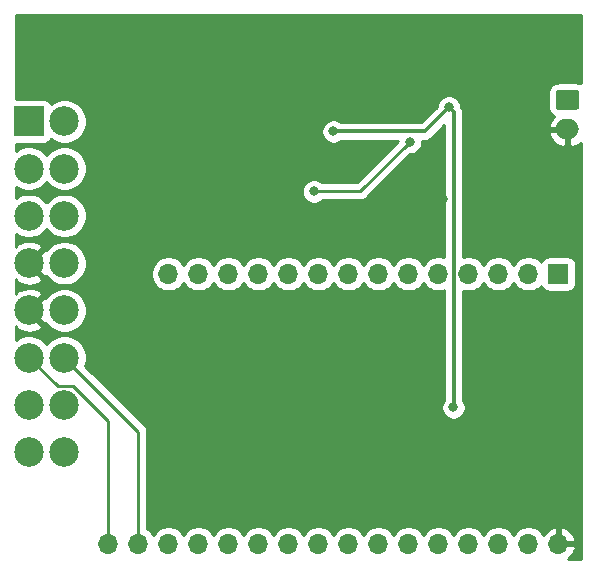
<source format=gbl>
G04 #@! TF.GenerationSoftware,KiCad,Pcbnew,(5.1.10)-1*
G04 #@! TF.CreationDate,2021-11-09T17:41:14+01:00*
G04 #@! TF.ProjectId,pcb-esp32-power,7063622d-6573-4703-9332-2d706f776572,rev?*
G04 #@! TF.SameCoordinates,Original*
G04 #@! TF.FileFunction,Copper,L2,Bot*
G04 #@! TF.FilePolarity,Positive*
%FSLAX46Y46*%
G04 Gerber Fmt 4.6, Leading zero omitted, Abs format (unit mm)*
G04 Created by KiCad (PCBNEW (5.1.10)-1) date 2021-11-09 17:41:14*
%MOMM*%
%LPD*%
G01*
G04 APERTURE LIST*
G04 #@! TA.AperFunction,ComponentPad*
%ADD10O,2.000000X1.700000*%
G04 #@! TD*
G04 #@! TA.AperFunction,ComponentPad*
%ADD11R,1.700000X1.700000*%
G04 #@! TD*
G04 #@! TA.AperFunction,ComponentPad*
%ADD12O,1.700000X1.700000*%
G04 #@! TD*
G04 #@! TA.AperFunction,ComponentPad*
%ADD13R,2.500000X2.500000*%
G04 #@! TD*
G04 #@! TA.AperFunction,ComponentPad*
%ADD14C,2.500000*%
G04 #@! TD*
G04 #@! TA.AperFunction,ViaPad*
%ADD15C,0.800000*%
G04 #@! TD*
G04 #@! TA.AperFunction,Conductor*
%ADD16C,0.250000*%
G04 #@! TD*
G04 #@! TA.AperFunction,Conductor*
%ADD17C,0.300000*%
G04 #@! TD*
G04 #@! TA.AperFunction,Conductor*
%ADD18C,0.254000*%
G04 #@! TD*
G04 #@! TA.AperFunction,Conductor*
%ADD19C,0.100000*%
G04 #@! TD*
G04 APERTURE END LIST*
G04 #@! TA.AperFunction,ComponentPad*
G36*
G01*
X172986000Y-93638000D02*
X174486000Y-93638000D01*
G75*
G02*
X174736000Y-93888000I0J-250000D01*
G01*
X174736000Y-95088000D01*
G75*
G02*
X174486000Y-95338000I-250000J0D01*
G01*
X172986000Y-95338000D01*
G75*
G02*
X172736000Y-95088000I0J250000D01*
G01*
X172736000Y-93888000D01*
G75*
G02*
X172986000Y-93638000I250000J0D01*
G01*
G37*
G04 #@! TD.AperFunction*
D10*
X173736000Y-96988000D03*
D11*
X172974000Y-109220000D03*
D12*
X170434000Y-109220000D03*
X167894000Y-109220000D03*
X165354000Y-109220000D03*
X162814000Y-109220000D03*
X160274000Y-109220000D03*
X157734000Y-109220000D03*
X155194000Y-109220000D03*
X152654000Y-109220000D03*
X150114000Y-109220000D03*
X147574000Y-109220000D03*
X145034000Y-109220000D03*
X142494000Y-109220000D03*
X139954000Y-109220000D03*
X134874000Y-132080000D03*
X137414000Y-132080000D03*
X139954000Y-132080000D03*
X142494000Y-132080000D03*
X145034000Y-132080000D03*
X147574000Y-132080000D03*
X150114000Y-132080000D03*
X152654000Y-132080000D03*
X155194000Y-132080000D03*
X157734000Y-132080000D03*
X160274000Y-132080000D03*
X162814000Y-132080000D03*
X165354000Y-132080000D03*
X167894000Y-132080000D03*
X170434000Y-132080000D03*
X172974000Y-132080000D03*
D13*
X128143000Y-96307000D03*
D14*
X128143000Y-100307000D03*
X128143000Y-104307000D03*
X128143000Y-108307000D03*
X128143000Y-112307000D03*
X128143000Y-116307000D03*
X128143000Y-120307000D03*
X128143000Y-124307000D03*
X131143000Y-96307000D03*
X131143000Y-100307000D03*
X131143000Y-104307000D03*
X131143000Y-108307000D03*
X131143000Y-112307000D03*
X131143000Y-116307000D03*
X131143000Y-120307000D03*
X131143000Y-124307000D03*
D15*
X148082000Y-99060000D03*
X136652000Y-97155000D03*
X147066000Y-99060000D03*
X148082000Y-101346000D03*
X148082000Y-100203000D03*
X147066000Y-100203000D03*
X147066000Y-101346000D03*
X146050000Y-100203000D03*
X146050000Y-101346000D03*
X146050000Y-99060000D03*
X155067000Y-92710000D03*
X155067000Y-94742000D03*
X155067000Y-93726000D03*
X140208000Y-89154000D03*
X140208000Y-90170000D03*
X140208000Y-91186000D03*
X140208000Y-92202000D03*
X141732000Y-96901000D03*
X141732000Y-95885000D03*
X141732000Y-94869000D03*
X156083000Y-93726000D03*
X156083000Y-92710000D03*
X146558000Y-105283000D03*
X141605000Y-100584000D03*
X137414000Y-104140000D03*
X158115000Y-102616000D03*
X135636000Y-111125000D03*
X163195000Y-102870000D03*
X165989000Y-102870000D03*
X164973000Y-89789000D03*
X156210000Y-113538000D03*
X174371000Y-111506000D03*
X157734000Y-122809000D03*
X157734000Y-121793000D03*
X157734000Y-120777000D03*
X168783000Y-122809000D03*
X168783000Y-121920000D03*
X168783000Y-121031000D03*
X161290000Y-113538000D03*
X166370000Y-113665000D03*
X168402000Y-93091000D03*
X163703000Y-95123000D03*
X153924000Y-97155000D03*
X164084000Y-120523000D03*
X160401000Y-98044000D03*
X152273000Y-102235000D03*
D16*
X137414000Y-122578000D02*
X137414000Y-132080000D01*
X131143000Y-116307000D02*
X137414000Y-122578000D01*
X134874000Y-121706998D02*
X134874000Y-132080000D01*
X131899001Y-118731999D02*
X134874000Y-121706998D01*
X130567999Y-118731999D02*
X131899001Y-118731999D01*
X128143000Y-116307000D02*
X130567999Y-118731999D01*
D17*
X161671000Y-97155000D02*
X163703000Y-95123000D01*
X153924000Y-97155000D02*
X161671000Y-97155000D01*
X164102999Y-120504001D02*
X164084000Y-120523000D01*
X164102999Y-95522999D02*
X164102999Y-120504001D01*
X163703000Y-95123000D02*
X164102999Y-95522999D01*
D16*
X156210000Y-102235000D02*
X160401000Y-98044000D01*
X152273000Y-102235000D02*
X156210000Y-102235000D01*
D18*
X174879000Y-93095937D02*
X174825850Y-93067528D01*
X174659254Y-93016992D01*
X174486000Y-92999928D01*
X172986000Y-92999928D01*
X172812746Y-93016992D01*
X172646150Y-93067528D01*
X172492614Y-93149595D01*
X172358038Y-93260038D01*
X172247595Y-93394614D01*
X172165528Y-93548150D01*
X172114992Y-93714746D01*
X172097928Y-93888000D01*
X172097928Y-95088000D01*
X172114992Y-95261254D01*
X172165528Y-95427850D01*
X172247595Y-95581386D01*
X172358038Y-95715962D01*
X172492614Y-95826405D01*
X172594593Y-95880914D01*
X172594205Y-95881198D01*
X172397336Y-96095954D01*
X172246146Y-96344991D01*
X172146446Y-96618739D01*
X172144524Y-96631110D01*
X172265845Y-96861000D01*
X173609000Y-96861000D01*
X173609000Y-96841000D01*
X173863000Y-96841000D01*
X173863000Y-96861000D01*
X173883000Y-96861000D01*
X173883000Y-97115000D01*
X173863000Y-97115000D01*
X173863000Y-98315232D01*
X174095742Y-98459285D01*
X174378745Y-98390096D01*
X174642812Y-98267025D01*
X174877795Y-98094802D01*
X174879000Y-98093488D01*
X174879000Y-133340000D01*
X173756527Y-133340000D01*
X173974269Y-133177588D01*
X174169178Y-132961355D01*
X174318157Y-132711252D01*
X174415481Y-132436891D01*
X174294814Y-132207000D01*
X173101000Y-132207000D01*
X173101000Y-132227000D01*
X172847000Y-132227000D01*
X172847000Y-132207000D01*
X172827000Y-132207000D01*
X172827000Y-131953000D01*
X172847000Y-131953000D01*
X172847000Y-130759845D01*
X173101000Y-130759845D01*
X173101000Y-131953000D01*
X174294814Y-131953000D01*
X174415481Y-131723109D01*
X174318157Y-131448748D01*
X174169178Y-131198645D01*
X173974269Y-130982412D01*
X173740920Y-130808359D01*
X173478099Y-130683175D01*
X173330890Y-130638524D01*
X173101000Y-130759845D01*
X172847000Y-130759845D01*
X172617110Y-130638524D01*
X172469901Y-130683175D01*
X172207080Y-130808359D01*
X171973731Y-130982412D01*
X171778822Y-131198645D01*
X171709195Y-131315534D01*
X171587475Y-131133368D01*
X171380632Y-130926525D01*
X171137411Y-130764010D01*
X170867158Y-130652068D01*
X170580260Y-130595000D01*
X170287740Y-130595000D01*
X170000842Y-130652068D01*
X169730589Y-130764010D01*
X169487368Y-130926525D01*
X169280525Y-131133368D01*
X169164000Y-131307760D01*
X169047475Y-131133368D01*
X168840632Y-130926525D01*
X168597411Y-130764010D01*
X168327158Y-130652068D01*
X168040260Y-130595000D01*
X167747740Y-130595000D01*
X167460842Y-130652068D01*
X167190589Y-130764010D01*
X166947368Y-130926525D01*
X166740525Y-131133368D01*
X166624000Y-131307760D01*
X166507475Y-131133368D01*
X166300632Y-130926525D01*
X166057411Y-130764010D01*
X165787158Y-130652068D01*
X165500260Y-130595000D01*
X165207740Y-130595000D01*
X164920842Y-130652068D01*
X164650589Y-130764010D01*
X164407368Y-130926525D01*
X164200525Y-131133368D01*
X164084000Y-131307760D01*
X163967475Y-131133368D01*
X163760632Y-130926525D01*
X163517411Y-130764010D01*
X163247158Y-130652068D01*
X162960260Y-130595000D01*
X162667740Y-130595000D01*
X162380842Y-130652068D01*
X162110589Y-130764010D01*
X161867368Y-130926525D01*
X161660525Y-131133368D01*
X161544000Y-131307760D01*
X161427475Y-131133368D01*
X161220632Y-130926525D01*
X160977411Y-130764010D01*
X160707158Y-130652068D01*
X160420260Y-130595000D01*
X160127740Y-130595000D01*
X159840842Y-130652068D01*
X159570589Y-130764010D01*
X159327368Y-130926525D01*
X159120525Y-131133368D01*
X159004000Y-131307760D01*
X158887475Y-131133368D01*
X158680632Y-130926525D01*
X158437411Y-130764010D01*
X158167158Y-130652068D01*
X157880260Y-130595000D01*
X157587740Y-130595000D01*
X157300842Y-130652068D01*
X157030589Y-130764010D01*
X156787368Y-130926525D01*
X156580525Y-131133368D01*
X156464000Y-131307760D01*
X156347475Y-131133368D01*
X156140632Y-130926525D01*
X155897411Y-130764010D01*
X155627158Y-130652068D01*
X155340260Y-130595000D01*
X155047740Y-130595000D01*
X154760842Y-130652068D01*
X154490589Y-130764010D01*
X154247368Y-130926525D01*
X154040525Y-131133368D01*
X153924000Y-131307760D01*
X153807475Y-131133368D01*
X153600632Y-130926525D01*
X153357411Y-130764010D01*
X153087158Y-130652068D01*
X152800260Y-130595000D01*
X152507740Y-130595000D01*
X152220842Y-130652068D01*
X151950589Y-130764010D01*
X151707368Y-130926525D01*
X151500525Y-131133368D01*
X151384000Y-131307760D01*
X151267475Y-131133368D01*
X151060632Y-130926525D01*
X150817411Y-130764010D01*
X150547158Y-130652068D01*
X150260260Y-130595000D01*
X149967740Y-130595000D01*
X149680842Y-130652068D01*
X149410589Y-130764010D01*
X149167368Y-130926525D01*
X148960525Y-131133368D01*
X148844000Y-131307760D01*
X148727475Y-131133368D01*
X148520632Y-130926525D01*
X148277411Y-130764010D01*
X148007158Y-130652068D01*
X147720260Y-130595000D01*
X147427740Y-130595000D01*
X147140842Y-130652068D01*
X146870589Y-130764010D01*
X146627368Y-130926525D01*
X146420525Y-131133368D01*
X146304000Y-131307760D01*
X146187475Y-131133368D01*
X145980632Y-130926525D01*
X145737411Y-130764010D01*
X145467158Y-130652068D01*
X145180260Y-130595000D01*
X144887740Y-130595000D01*
X144600842Y-130652068D01*
X144330589Y-130764010D01*
X144087368Y-130926525D01*
X143880525Y-131133368D01*
X143764000Y-131307760D01*
X143647475Y-131133368D01*
X143440632Y-130926525D01*
X143197411Y-130764010D01*
X142927158Y-130652068D01*
X142640260Y-130595000D01*
X142347740Y-130595000D01*
X142060842Y-130652068D01*
X141790589Y-130764010D01*
X141547368Y-130926525D01*
X141340525Y-131133368D01*
X141224000Y-131307760D01*
X141107475Y-131133368D01*
X140900632Y-130926525D01*
X140657411Y-130764010D01*
X140387158Y-130652068D01*
X140100260Y-130595000D01*
X139807740Y-130595000D01*
X139520842Y-130652068D01*
X139250589Y-130764010D01*
X139007368Y-130926525D01*
X138800525Y-131133368D01*
X138684000Y-131307760D01*
X138567475Y-131133368D01*
X138360632Y-130926525D01*
X138174000Y-130801822D01*
X138174000Y-122615322D01*
X138177676Y-122577999D01*
X138174000Y-122540676D01*
X138174000Y-122540667D01*
X138163003Y-122429014D01*
X138119546Y-122285753D01*
X138048974Y-122153724D01*
X137954001Y-122037999D01*
X137925004Y-122014202D01*
X132900519Y-116989718D01*
X132955561Y-116856834D01*
X133028000Y-116492656D01*
X133028000Y-116121344D01*
X132955561Y-115757166D01*
X132813466Y-115414118D01*
X132607175Y-115105382D01*
X132344618Y-114842825D01*
X132035882Y-114636534D01*
X131692834Y-114494439D01*
X131328656Y-114422000D01*
X130957344Y-114422000D01*
X130593166Y-114494439D01*
X130250118Y-114636534D01*
X129941382Y-114842825D01*
X129678825Y-115105382D01*
X129643000Y-115158998D01*
X129607175Y-115105382D01*
X129344618Y-114842825D01*
X129035882Y-114636534D01*
X128692834Y-114494439D01*
X128328656Y-114422000D01*
X127957344Y-114422000D01*
X127593166Y-114494439D01*
X127250118Y-114636534D01*
X127025000Y-114786953D01*
X127025000Y-113657452D01*
X127134914Y-113910577D01*
X127467126Y-114076433D01*
X127825312Y-114174290D01*
X128195706Y-114200389D01*
X128564075Y-114153725D01*
X128916262Y-114036094D01*
X129151086Y-113910577D01*
X129277000Y-113620605D01*
X128143000Y-112486605D01*
X128128858Y-112500748D01*
X127949253Y-112321143D01*
X127963395Y-112307000D01*
X128322605Y-112307000D01*
X129456605Y-113441000D01*
X129593829Y-113381413D01*
X129678825Y-113508618D01*
X129941382Y-113771175D01*
X130250118Y-113977466D01*
X130593166Y-114119561D01*
X130957344Y-114192000D01*
X131328656Y-114192000D01*
X131692834Y-114119561D01*
X132035882Y-113977466D01*
X132344618Y-113771175D01*
X132607175Y-113508618D01*
X132813466Y-113199882D01*
X132955561Y-112856834D01*
X133028000Y-112492656D01*
X133028000Y-112121344D01*
X132955561Y-111757166D01*
X132813466Y-111414118D01*
X132607175Y-111105382D01*
X132344618Y-110842825D01*
X132035882Y-110636534D01*
X131692834Y-110494439D01*
X131328656Y-110422000D01*
X130957344Y-110422000D01*
X130593166Y-110494439D01*
X130250118Y-110636534D01*
X129941382Y-110842825D01*
X129678825Y-111105382D01*
X129593829Y-111232587D01*
X129456605Y-111173000D01*
X128322605Y-112307000D01*
X127963395Y-112307000D01*
X127949253Y-112292858D01*
X128128858Y-112113253D01*
X128143000Y-112127395D01*
X129277000Y-110993395D01*
X129151086Y-110703423D01*
X128818874Y-110537567D01*
X128460688Y-110439710D01*
X128090294Y-110413611D01*
X127721925Y-110460275D01*
X127369738Y-110577906D01*
X127134914Y-110703423D01*
X127025000Y-110956548D01*
X127025000Y-109657452D01*
X127134914Y-109910577D01*
X127467126Y-110076433D01*
X127825312Y-110174290D01*
X128195706Y-110200389D01*
X128564075Y-110153725D01*
X128916262Y-110036094D01*
X129151086Y-109910577D01*
X129277000Y-109620605D01*
X128143000Y-108486605D01*
X128128858Y-108500748D01*
X127949253Y-108321143D01*
X127963395Y-108307000D01*
X128322605Y-108307000D01*
X129456605Y-109441000D01*
X129593829Y-109381413D01*
X129678825Y-109508618D01*
X129941382Y-109771175D01*
X130250118Y-109977466D01*
X130593166Y-110119561D01*
X130957344Y-110192000D01*
X131328656Y-110192000D01*
X131692834Y-110119561D01*
X132035882Y-109977466D01*
X132344618Y-109771175D01*
X132607175Y-109508618D01*
X132813466Y-109199882D01*
X132865715Y-109073740D01*
X138469000Y-109073740D01*
X138469000Y-109366260D01*
X138526068Y-109653158D01*
X138638010Y-109923411D01*
X138800525Y-110166632D01*
X139007368Y-110373475D01*
X139250589Y-110535990D01*
X139520842Y-110647932D01*
X139807740Y-110705000D01*
X140100260Y-110705000D01*
X140387158Y-110647932D01*
X140657411Y-110535990D01*
X140900632Y-110373475D01*
X141107475Y-110166632D01*
X141224000Y-109992240D01*
X141340525Y-110166632D01*
X141547368Y-110373475D01*
X141790589Y-110535990D01*
X142060842Y-110647932D01*
X142347740Y-110705000D01*
X142640260Y-110705000D01*
X142927158Y-110647932D01*
X143197411Y-110535990D01*
X143440632Y-110373475D01*
X143647475Y-110166632D01*
X143764000Y-109992240D01*
X143880525Y-110166632D01*
X144087368Y-110373475D01*
X144330589Y-110535990D01*
X144600842Y-110647932D01*
X144887740Y-110705000D01*
X145180260Y-110705000D01*
X145467158Y-110647932D01*
X145737411Y-110535990D01*
X145980632Y-110373475D01*
X146187475Y-110166632D01*
X146304000Y-109992240D01*
X146420525Y-110166632D01*
X146627368Y-110373475D01*
X146870589Y-110535990D01*
X147140842Y-110647932D01*
X147427740Y-110705000D01*
X147720260Y-110705000D01*
X148007158Y-110647932D01*
X148277411Y-110535990D01*
X148520632Y-110373475D01*
X148727475Y-110166632D01*
X148844000Y-109992240D01*
X148960525Y-110166632D01*
X149167368Y-110373475D01*
X149410589Y-110535990D01*
X149680842Y-110647932D01*
X149967740Y-110705000D01*
X150260260Y-110705000D01*
X150547158Y-110647932D01*
X150817411Y-110535990D01*
X151060632Y-110373475D01*
X151267475Y-110166632D01*
X151384000Y-109992240D01*
X151500525Y-110166632D01*
X151707368Y-110373475D01*
X151950589Y-110535990D01*
X152220842Y-110647932D01*
X152507740Y-110705000D01*
X152800260Y-110705000D01*
X153087158Y-110647932D01*
X153357411Y-110535990D01*
X153600632Y-110373475D01*
X153807475Y-110166632D01*
X153924000Y-109992240D01*
X154040525Y-110166632D01*
X154247368Y-110373475D01*
X154490589Y-110535990D01*
X154760842Y-110647932D01*
X155047740Y-110705000D01*
X155340260Y-110705000D01*
X155627158Y-110647932D01*
X155897411Y-110535990D01*
X156140632Y-110373475D01*
X156347475Y-110166632D01*
X156464000Y-109992240D01*
X156580525Y-110166632D01*
X156787368Y-110373475D01*
X157030589Y-110535990D01*
X157300842Y-110647932D01*
X157587740Y-110705000D01*
X157880260Y-110705000D01*
X158167158Y-110647932D01*
X158437411Y-110535990D01*
X158680632Y-110373475D01*
X158887475Y-110166632D01*
X159004000Y-109992240D01*
X159120525Y-110166632D01*
X159327368Y-110373475D01*
X159570589Y-110535990D01*
X159840842Y-110647932D01*
X160127740Y-110705000D01*
X160420260Y-110705000D01*
X160707158Y-110647932D01*
X160977411Y-110535990D01*
X161220632Y-110373475D01*
X161427475Y-110166632D01*
X161544000Y-109992240D01*
X161660525Y-110166632D01*
X161867368Y-110373475D01*
X162110589Y-110535990D01*
X162380842Y-110647932D01*
X162667740Y-110705000D01*
X162960260Y-110705000D01*
X163247158Y-110647932D01*
X163318000Y-110618589D01*
X163318000Y-119825289D01*
X163280063Y-119863226D01*
X163166795Y-120032744D01*
X163088774Y-120221102D01*
X163049000Y-120421061D01*
X163049000Y-120624939D01*
X163088774Y-120824898D01*
X163166795Y-121013256D01*
X163280063Y-121182774D01*
X163424226Y-121326937D01*
X163593744Y-121440205D01*
X163782102Y-121518226D01*
X163982061Y-121558000D01*
X164185939Y-121558000D01*
X164385898Y-121518226D01*
X164574256Y-121440205D01*
X164743774Y-121326937D01*
X164887937Y-121182774D01*
X165001205Y-121013256D01*
X165079226Y-120824898D01*
X165119000Y-120624939D01*
X165119000Y-120421061D01*
X165079226Y-120221102D01*
X165001205Y-120032744D01*
X164887999Y-119863319D01*
X164887999Y-110634328D01*
X164920842Y-110647932D01*
X165207740Y-110705000D01*
X165500260Y-110705000D01*
X165787158Y-110647932D01*
X166057411Y-110535990D01*
X166300632Y-110373475D01*
X166507475Y-110166632D01*
X166624000Y-109992240D01*
X166740525Y-110166632D01*
X166947368Y-110373475D01*
X167190589Y-110535990D01*
X167460842Y-110647932D01*
X167747740Y-110705000D01*
X168040260Y-110705000D01*
X168327158Y-110647932D01*
X168597411Y-110535990D01*
X168840632Y-110373475D01*
X169047475Y-110166632D01*
X169164000Y-109992240D01*
X169280525Y-110166632D01*
X169487368Y-110373475D01*
X169730589Y-110535990D01*
X170000842Y-110647932D01*
X170287740Y-110705000D01*
X170580260Y-110705000D01*
X170867158Y-110647932D01*
X171137411Y-110535990D01*
X171380632Y-110373475D01*
X171512487Y-110241620D01*
X171534498Y-110314180D01*
X171593463Y-110424494D01*
X171672815Y-110521185D01*
X171769506Y-110600537D01*
X171879820Y-110659502D01*
X171999518Y-110695812D01*
X172124000Y-110708072D01*
X173824000Y-110708072D01*
X173948482Y-110695812D01*
X174068180Y-110659502D01*
X174178494Y-110600537D01*
X174275185Y-110521185D01*
X174354537Y-110424494D01*
X174413502Y-110314180D01*
X174449812Y-110194482D01*
X174462072Y-110070000D01*
X174462072Y-108370000D01*
X174449812Y-108245518D01*
X174413502Y-108125820D01*
X174354537Y-108015506D01*
X174275185Y-107918815D01*
X174178494Y-107839463D01*
X174068180Y-107780498D01*
X173948482Y-107744188D01*
X173824000Y-107731928D01*
X172124000Y-107731928D01*
X171999518Y-107744188D01*
X171879820Y-107780498D01*
X171769506Y-107839463D01*
X171672815Y-107918815D01*
X171593463Y-108015506D01*
X171534498Y-108125820D01*
X171512487Y-108198380D01*
X171380632Y-108066525D01*
X171137411Y-107904010D01*
X170867158Y-107792068D01*
X170580260Y-107735000D01*
X170287740Y-107735000D01*
X170000842Y-107792068D01*
X169730589Y-107904010D01*
X169487368Y-108066525D01*
X169280525Y-108273368D01*
X169164000Y-108447760D01*
X169047475Y-108273368D01*
X168840632Y-108066525D01*
X168597411Y-107904010D01*
X168327158Y-107792068D01*
X168040260Y-107735000D01*
X167747740Y-107735000D01*
X167460842Y-107792068D01*
X167190589Y-107904010D01*
X166947368Y-108066525D01*
X166740525Y-108273368D01*
X166624000Y-108447760D01*
X166507475Y-108273368D01*
X166300632Y-108066525D01*
X166057411Y-107904010D01*
X165787158Y-107792068D01*
X165500260Y-107735000D01*
X165207740Y-107735000D01*
X164920842Y-107792068D01*
X164887999Y-107805672D01*
X164887999Y-97344890D01*
X172144524Y-97344890D01*
X172146446Y-97357261D01*
X172246146Y-97631009D01*
X172397336Y-97880046D01*
X172594205Y-98094802D01*
X172829188Y-98267025D01*
X173093255Y-98390096D01*
X173376258Y-98459285D01*
X173609000Y-98315232D01*
X173609000Y-97115000D01*
X172265845Y-97115000D01*
X172144524Y-97344890D01*
X164887999Y-97344890D01*
X164887999Y-95561551D01*
X164891796Y-95522998D01*
X164887999Y-95484445D01*
X164887999Y-95484438D01*
X164876640Y-95369112D01*
X164831753Y-95221139D01*
X164758861Y-95084766D01*
X164738000Y-95059347D01*
X164738000Y-95021061D01*
X164698226Y-94821102D01*
X164620205Y-94632744D01*
X164506937Y-94463226D01*
X164362774Y-94319063D01*
X164193256Y-94205795D01*
X164004898Y-94127774D01*
X163804939Y-94088000D01*
X163601061Y-94088000D01*
X163401102Y-94127774D01*
X163212744Y-94205795D01*
X163043226Y-94319063D01*
X162899063Y-94463226D01*
X162785795Y-94632744D01*
X162707774Y-94821102D01*
X162668000Y-95021061D01*
X162668000Y-95047842D01*
X161345843Y-96370000D01*
X154602711Y-96370000D01*
X154583774Y-96351063D01*
X154414256Y-96237795D01*
X154225898Y-96159774D01*
X154025939Y-96120000D01*
X153822061Y-96120000D01*
X153622102Y-96159774D01*
X153433744Y-96237795D01*
X153264226Y-96351063D01*
X153120063Y-96495226D01*
X153006795Y-96664744D01*
X152928774Y-96853102D01*
X152889000Y-97053061D01*
X152889000Y-97256939D01*
X152928774Y-97456898D01*
X153006795Y-97645256D01*
X153120063Y-97814774D01*
X153264226Y-97958937D01*
X153433744Y-98072205D01*
X153622102Y-98150226D01*
X153822061Y-98190000D01*
X154025939Y-98190000D01*
X154225898Y-98150226D01*
X154414256Y-98072205D01*
X154583774Y-97958937D01*
X154602711Y-97940000D01*
X159366410Y-97940000D01*
X159366000Y-97942061D01*
X159366000Y-98004198D01*
X155895199Y-101475000D01*
X152976711Y-101475000D01*
X152932774Y-101431063D01*
X152763256Y-101317795D01*
X152574898Y-101239774D01*
X152374939Y-101200000D01*
X152171061Y-101200000D01*
X151971102Y-101239774D01*
X151782744Y-101317795D01*
X151613226Y-101431063D01*
X151469063Y-101575226D01*
X151355795Y-101744744D01*
X151277774Y-101933102D01*
X151238000Y-102133061D01*
X151238000Y-102336939D01*
X151277774Y-102536898D01*
X151355795Y-102725256D01*
X151469063Y-102894774D01*
X151613226Y-103038937D01*
X151782744Y-103152205D01*
X151971102Y-103230226D01*
X152171061Y-103270000D01*
X152374939Y-103270000D01*
X152574898Y-103230226D01*
X152763256Y-103152205D01*
X152932774Y-103038937D01*
X152976711Y-102995000D01*
X156172678Y-102995000D01*
X156210000Y-102998676D01*
X156247322Y-102995000D01*
X156247333Y-102995000D01*
X156358986Y-102984003D01*
X156502247Y-102940546D01*
X156634276Y-102869974D01*
X156750001Y-102775001D01*
X156773804Y-102745997D01*
X160440802Y-99079000D01*
X160502939Y-99079000D01*
X160702898Y-99039226D01*
X160891256Y-98961205D01*
X161060774Y-98847937D01*
X161204937Y-98703774D01*
X161318205Y-98534256D01*
X161396226Y-98345898D01*
X161436000Y-98145939D01*
X161436000Y-97942061D01*
X161435590Y-97940000D01*
X161632447Y-97940000D01*
X161671000Y-97943797D01*
X161709553Y-97940000D01*
X161709561Y-97940000D01*
X161824887Y-97928641D01*
X161972860Y-97883754D01*
X162109233Y-97810862D01*
X162228764Y-97712764D01*
X162253347Y-97682810D01*
X163317999Y-96618158D01*
X163317999Y-107821411D01*
X163247158Y-107792068D01*
X162960260Y-107735000D01*
X162667740Y-107735000D01*
X162380842Y-107792068D01*
X162110589Y-107904010D01*
X161867368Y-108066525D01*
X161660525Y-108273368D01*
X161544000Y-108447760D01*
X161427475Y-108273368D01*
X161220632Y-108066525D01*
X160977411Y-107904010D01*
X160707158Y-107792068D01*
X160420260Y-107735000D01*
X160127740Y-107735000D01*
X159840842Y-107792068D01*
X159570589Y-107904010D01*
X159327368Y-108066525D01*
X159120525Y-108273368D01*
X159004000Y-108447760D01*
X158887475Y-108273368D01*
X158680632Y-108066525D01*
X158437411Y-107904010D01*
X158167158Y-107792068D01*
X157880260Y-107735000D01*
X157587740Y-107735000D01*
X157300842Y-107792068D01*
X157030589Y-107904010D01*
X156787368Y-108066525D01*
X156580525Y-108273368D01*
X156464000Y-108447760D01*
X156347475Y-108273368D01*
X156140632Y-108066525D01*
X155897411Y-107904010D01*
X155627158Y-107792068D01*
X155340260Y-107735000D01*
X155047740Y-107735000D01*
X154760842Y-107792068D01*
X154490589Y-107904010D01*
X154247368Y-108066525D01*
X154040525Y-108273368D01*
X153924000Y-108447760D01*
X153807475Y-108273368D01*
X153600632Y-108066525D01*
X153357411Y-107904010D01*
X153087158Y-107792068D01*
X152800260Y-107735000D01*
X152507740Y-107735000D01*
X152220842Y-107792068D01*
X151950589Y-107904010D01*
X151707368Y-108066525D01*
X151500525Y-108273368D01*
X151384000Y-108447760D01*
X151267475Y-108273368D01*
X151060632Y-108066525D01*
X150817411Y-107904010D01*
X150547158Y-107792068D01*
X150260260Y-107735000D01*
X149967740Y-107735000D01*
X149680842Y-107792068D01*
X149410589Y-107904010D01*
X149167368Y-108066525D01*
X148960525Y-108273368D01*
X148844000Y-108447760D01*
X148727475Y-108273368D01*
X148520632Y-108066525D01*
X148277411Y-107904010D01*
X148007158Y-107792068D01*
X147720260Y-107735000D01*
X147427740Y-107735000D01*
X147140842Y-107792068D01*
X146870589Y-107904010D01*
X146627368Y-108066525D01*
X146420525Y-108273368D01*
X146304000Y-108447760D01*
X146187475Y-108273368D01*
X145980632Y-108066525D01*
X145737411Y-107904010D01*
X145467158Y-107792068D01*
X145180260Y-107735000D01*
X144887740Y-107735000D01*
X144600842Y-107792068D01*
X144330589Y-107904010D01*
X144087368Y-108066525D01*
X143880525Y-108273368D01*
X143764000Y-108447760D01*
X143647475Y-108273368D01*
X143440632Y-108066525D01*
X143197411Y-107904010D01*
X142927158Y-107792068D01*
X142640260Y-107735000D01*
X142347740Y-107735000D01*
X142060842Y-107792068D01*
X141790589Y-107904010D01*
X141547368Y-108066525D01*
X141340525Y-108273368D01*
X141224000Y-108447760D01*
X141107475Y-108273368D01*
X140900632Y-108066525D01*
X140657411Y-107904010D01*
X140387158Y-107792068D01*
X140100260Y-107735000D01*
X139807740Y-107735000D01*
X139520842Y-107792068D01*
X139250589Y-107904010D01*
X139007368Y-108066525D01*
X138800525Y-108273368D01*
X138638010Y-108516589D01*
X138526068Y-108786842D01*
X138469000Y-109073740D01*
X132865715Y-109073740D01*
X132955561Y-108856834D01*
X133028000Y-108492656D01*
X133028000Y-108121344D01*
X132955561Y-107757166D01*
X132813466Y-107414118D01*
X132607175Y-107105382D01*
X132344618Y-106842825D01*
X132035882Y-106636534D01*
X131692834Y-106494439D01*
X131328656Y-106422000D01*
X130957344Y-106422000D01*
X130593166Y-106494439D01*
X130250118Y-106636534D01*
X129941382Y-106842825D01*
X129678825Y-107105382D01*
X129593829Y-107232587D01*
X129456605Y-107173000D01*
X128322605Y-108307000D01*
X127963395Y-108307000D01*
X127949253Y-108292858D01*
X128128858Y-108113253D01*
X128143000Y-108127395D01*
X129277000Y-106993395D01*
X129151086Y-106703423D01*
X128818874Y-106537567D01*
X128460688Y-106439710D01*
X128090294Y-106413611D01*
X127721925Y-106460275D01*
X127369738Y-106577906D01*
X127134914Y-106703423D01*
X127025000Y-106956548D01*
X127025000Y-105827047D01*
X127250118Y-105977466D01*
X127593166Y-106119561D01*
X127957344Y-106192000D01*
X128328656Y-106192000D01*
X128692834Y-106119561D01*
X129035882Y-105977466D01*
X129344618Y-105771175D01*
X129607175Y-105508618D01*
X129643000Y-105455002D01*
X129678825Y-105508618D01*
X129941382Y-105771175D01*
X130250118Y-105977466D01*
X130593166Y-106119561D01*
X130957344Y-106192000D01*
X131328656Y-106192000D01*
X131692834Y-106119561D01*
X132035882Y-105977466D01*
X132344618Y-105771175D01*
X132607175Y-105508618D01*
X132813466Y-105199882D01*
X132955561Y-104856834D01*
X133028000Y-104492656D01*
X133028000Y-104121344D01*
X132955561Y-103757166D01*
X132813466Y-103414118D01*
X132607175Y-103105382D01*
X132344618Y-102842825D01*
X132035882Y-102636534D01*
X131692834Y-102494439D01*
X131328656Y-102422000D01*
X130957344Y-102422000D01*
X130593166Y-102494439D01*
X130250118Y-102636534D01*
X129941382Y-102842825D01*
X129678825Y-103105382D01*
X129643000Y-103158998D01*
X129607175Y-103105382D01*
X129344618Y-102842825D01*
X129035882Y-102636534D01*
X128692834Y-102494439D01*
X128328656Y-102422000D01*
X127957344Y-102422000D01*
X127593166Y-102494439D01*
X127250118Y-102636534D01*
X127025000Y-102786953D01*
X127025000Y-101827047D01*
X127250118Y-101977466D01*
X127593166Y-102119561D01*
X127957344Y-102192000D01*
X128328656Y-102192000D01*
X128692834Y-102119561D01*
X129035882Y-101977466D01*
X129344618Y-101771175D01*
X129607175Y-101508618D01*
X129643000Y-101455002D01*
X129678825Y-101508618D01*
X129941382Y-101771175D01*
X130250118Y-101977466D01*
X130593166Y-102119561D01*
X130957344Y-102192000D01*
X131328656Y-102192000D01*
X131692834Y-102119561D01*
X132035882Y-101977466D01*
X132344618Y-101771175D01*
X132607175Y-101508618D01*
X132813466Y-101199882D01*
X132955561Y-100856834D01*
X133028000Y-100492656D01*
X133028000Y-100121344D01*
X132955561Y-99757166D01*
X132813466Y-99414118D01*
X132607175Y-99105382D01*
X132344618Y-98842825D01*
X132035882Y-98636534D01*
X131692834Y-98494439D01*
X131328656Y-98422000D01*
X130957344Y-98422000D01*
X130593166Y-98494439D01*
X130250118Y-98636534D01*
X129941382Y-98842825D01*
X129678825Y-99105382D01*
X129643000Y-99158998D01*
X129607175Y-99105382D01*
X129344618Y-98842825D01*
X129035882Y-98636534D01*
X128692834Y-98494439D01*
X128328656Y-98422000D01*
X127957344Y-98422000D01*
X127593166Y-98494439D01*
X127250118Y-98636534D01*
X127025000Y-98786953D01*
X127025000Y-98195072D01*
X129393000Y-98195072D01*
X129517482Y-98182812D01*
X129637180Y-98146502D01*
X129747494Y-98087537D01*
X129844185Y-98008185D01*
X129923537Y-97911494D01*
X129982502Y-97801180D01*
X129983140Y-97799077D01*
X130250118Y-97977466D01*
X130593166Y-98119561D01*
X130957344Y-98192000D01*
X131328656Y-98192000D01*
X131692834Y-98119561D01*
X132035882Y-97977466D01*
X132344618Y-97771175D01*
X132607175Y-97508618D01*
X132813466Y-97199882D01*
X132955561Y-96856834D01*
X133028000Y-96492656D01*
X133028000Y-96121344D01*
X132955561Y-95757166D01*
X132813466Y-95414118D01*
X132607175Y-95105382D01*
X132344618Y-94842825D01*
X132035882Y-94636534D01*
X131692834Y-94494439D01*
X131328656Y-94422000D01*
X130957344Y-94422000D01*
X130593166Y-94494439D01*
X130250118Y-94636534D01*
X129983140Y-94814923D01*
X129982502Y-94812820D01*
X129923537Y-94702506D01*
X129844185Y-94605815D01*
X129747494Y-94526463D01*
X129637180Y-94467498D01*
X129517482Y-94431188D01*
X129393000Y-94418928D01*
X127025000Y-94418928D01*
X127025000Y-87274000D01*
X174879000Y-87274000D01*
X174879000Y-93095937D01*
G04 #@! TA.AperFunction,Conductor*
D19*
G36*
X174879000Y-93095937D02*
G01*
X174825850Y-93067528D01*
X174659254Y-93016992D01*
X174486000Y-92999928D01*
X172986000Y-92999928D01*
X172812746Y-93016992D01*
X172646150Y-93067528D01*
X172492614Y-93149595D01*
X172358038Y-93260038D01*
X172247595Y-93394614D01*
X172165528Y-93548150D01*
X172114992Y-93714746D01*
X172097928Y-93888000D01*
X172097928Y-95088000D01*
X172114992Y-95261254D01*
X172165528Y-95427850D01*
X172247595Y-95581386D01*
X172358038Y-95715962D01*
X172492614Y-95826405D01*
X172594593Y-95880914D01*
X172594205Y-95881198D01*
X172397336Y-96095954D01*
X172246146Y-96344991D01*
X172146446Y-96618739D01*
X172144524Y-96631110D01*
X172265845Y-96861000D01*
X173609000Y-96861000D01*
X173609000Y-96841000D01*
X173863000Y-96841000D01*
X173863000Y-96861000D01*
X173883000Y-96861000D01*
X173883000Y-97115000D01*
X173863000Y-97115000D01*
X173863000Y-98315232D01*
X174095742Y-98459285D01*
X174378745Y-98390096D01*
X174642812Y-98267025D01*
X174877795Y-98094802D01*
X174879000Y-98093488D01*
X174879000Y-133340000D01*
X173756527Y-133340000D01*
X173974269Y-133177588D01*
X174169178Y-132961355D01*
X174318157Y-132711252D01*
X174415481Y-132436891D01*
X174294814Y-132207000D01*
X173101000Y-132207000D01*
X173101000Y-132227000D01*
X172847000Y-132227000D01*
X172847000Y-132207000D01*
X172827000Y-132207000D01*
X172827000Y-131953000D01*
X172847000Y-131953000D01*
X172847000Y-130759845D01*
X173101000Y-130759845D01*
X173101000Y-131953000D01*
X174294814Y-131953000D01*
X174415481Y-131723109D01*
X174318157Y-131448748D01*
X174169178Y-131198645D01*
X173974269Y-130982412D01*
X173740920Y-130808359D01*
X173478099Y-130683175D01*
X173330890Y-130638524D01*
X173101000Y-130759845D01*
X172847000Y-130759845D01*
X172617110Y-130638524D01*
X172469901Y-130683175D01*
X172207080Y-130808359D01*
X171973731Y-130982412D01*
X171778822Y-131198645D01*
X171709195Y-131315534D01*
X171587475Y-131133368D01*
X171380632Y-130926525D01*
X171137411Y-130764010D01*
X170867158Y-130652068D01*
X170580260Y-130595000D01*
X170287740Y-130595000D01*
X170000842Y-130652068D01*
X169730589Y-130764010D01*
X169487368Y-130926525D01*
X169280525Y-131133368D01*
X169164000Y-131307760D01*
X169047475Y-131133368D01*
X168840632Y-130926525D01*
X168597411Y-130764010D01*
X168327158Y-130652068D01*
X168040260Y-130595000D01*
X167747740Y-130595000D01*
X167460842Y-130652068D01*
X167190589Y-130764010D01*
X166947368Y-130926525D01*
X166740525Y-131133368D01*
X166624000Y-131307760D01*
X166507475Y-131133368D01*
X166300632Y-130926525D01*
X166057411Y-130764010D01*
X165787158Y-130652068D01*
X165500260Y-130595000D01*
X165207740Y-130595000D01*
X164920842Y-130652068D01*
X164650589Y-130764010D01*
X164407368Y-130926525D01*
X164200525Y-131133368D01*
X164084000Y-131307760D01*
X163967475Y-131133368D01*
X163760632Y-130926525D01*
X163517411Y-130764010D01*
X163247158Y-130652068D01*
X162960260Y-130595000D01*
X162667740Y-130595000D01*
X162380842Y-130652068D01*
X162110589Y-130764010D01*
X161867368Y-130926525D01*
X161660525Y-131133368D01*
X161544000Y-131307760D01*
X161427475Y-131133368D01*
X161220632Y-130926525D01*
X160977411Y-130764010D01*
X160707158Y-130652068D01*
X160420260Y-130595000D01*
X160127740Y-130595000D01*
X159840842Y-130652068D01*
X159570589Y-130764010D01*
X159327368Y-130926525D01*
X159120525Y-131133368D01*
X159004000Y-131307760D01*
X158887475Y-131133368D01*
X158680632Y-130926525D01*
X158437411Y-130764010D01*
X158167158Y-130652068D01*
X157880260Y-130595000D01*
X157587740Y-130595000D01*
X157300842Y-130652068D01*
X157030589Y-130764010D01*
X156787368Y-130926525D01*
X156580525Y-131133368D01*
X156464000Y-131307760D01*
X156347475Y-131133368D01*
X156140632Y-130926525D01*
X155897411Y-130764010D01*
X155627158Y-130652068D01*
X155340260Y-130595000D01*
X155047740Y-130595000D01*
X154760842Y-130652068D01*
X154490589Y-130764010D01*
X154247368Y-130926525D01*
X154040525Y-131133368D01*
X153924000Y-131307760D01*
X153807475Y-131133368D01*
X153600632Y-130926525D01*
X153357411Y-130764010D01*
X153087158Y-130652068D01*
X152800260Y-130595000D01*
X152507740Y-130595000D01*
X152220842Y-130652068D01*
X151950589Y-130764010D01*
X151707368Y-130926525D01*
X151500525Y-131133368D01*
X151384000Y-131307760D01*
X151267475Y-131133368D01*
X151060632Y-130926525D01*
X150817411Y-130764010D01*
X150547158Y-130652068D01*
X150260260Y-130595000D01*
X149967740Y-130595000D01*
X149680842Y-130652068D01*
X149410589Y-130764010D01*
X149167368Y-130926525D01*
X148960525Y-131133368D01*
X148844000Y-131307760D01*
X148727475Y-131133368D01*
X148520632Y-130926525D01*
X148277411Y-130764010D01*
X148007158Y-130652068D01*
X147720260Y-130595000D01*
X147427740Y-130595000D01*
X147140842Y-130652068D01*
X146870589Y-130764010D01*
X146627368Y-130926525D01*
X146420525Y-131133368D01*
X146304000Y-131307760D01*
X146187475Y-131133368D01*
X145980632Y-130926525D01*
X145737411Y-130764010D01*
X145467158Y-130652068D01*
X145180260Y-130595000D01*
X144887740Y-130595000D01*
X144600842Y-130652068D01*
X144330589Y-130764010D01*
X144087368Y-130926525D01*
X143880525Y-131133368D01*
X143764000Y-131307760D01*
X143647475Y-131133368D01*
X143440632Y-130926525D01*
X143197411Y-130764010D01*
X142927158Y-130652068D01*
X142640260Y-130595000D01*
X142347740Y-130595000D01*
X142060842Y-130652068D01*
X141790589Y-130764010D01*
X141547368Y-130926525D01*
X141340525Y-131133368D01*
X141224000Y-131307760D01*
X141107475Y-131133368D01*
X140900632Y-130926525D01*
X140657411Y-130764010D01*
X140387158Y-130652068D01*
X140100260Y-130595000D01*
X139807740Y-130595000D01*
X139520842Y-130652068D01*
X139250589Y-130764010D01*
X139007368Y-130926525D01*
X138800525Y-131133368D01*
X138684000Y-131307760D01*
X138567475Y-131133368D01*
X138360632Y-130926525D01*
X138174000Y-130801822D01*
X138174000Y-122615322D01*
X138177676Y-122577999D01*
X138174000Y-122540676D01*
X138174000Y-122540667D01*
X138163003Y-122429014D01*
X138119546Y-122285753D01*
X138048974Y-122153724D01*
X137954001Y-122037999D01*
X137925004Y-122014202D01*
X132900519Y-116989718D01*
X132955561Y-116856834D01*
X133028000Y-116492656D01*
X133028000Y-116121344D01*
X132955561Y-115757166D01*
X132813466Y-115414118D01*
X132607175Y-115105382D01*
X132344618Y-114842825D01*
X132035882Y-114636534D01*
X131692834Y-114494439D01*
X131328656Y-114422000D01*
X130957344Y-114422000D01*
X130593166Y-114494439D01*
X130250118Y-114636534D01*
X129941382Y-114842825D01*
X129678825Y-115105382D01*
X129643000Y-115158998D01*
X129607175Y-115105382D01*
X129344618Y-114842825D01*
X129035882Y-114636534D01*
X128692834Y-114494439D01*
X128328656Y-114422000D01*
X127957344Y-114422000D01*
X127593166Y-114494439D01*
X127250118Y-114636534D01*
X127025000Y-114786953D01*
X127025000Y-113657452D01*
X127134914Y-113910577D01*
X127467126Y-114076433D01*
X127825312Y-114174290D01*
X128195706Y-114200389D01*
X128564075Y-114153725D01*
X128916262Y-114036094D01*
X129151086Y-113910577D01*
X129277000Y-113620605D01*
X128143000Y-112486605D01*
X128128858Y-112500748D01*
X127949253Y-112321143D01*
X127963395Y-112307000D01*
X128322605Y-112307000D01*
X129456605Y-113441000D01*
X129593829Y-113381413D01*
X129678825Y-113508618D01*
X129941382Y-113771175D01*
X130250118Y-113977466D01*
X130593166Y-114119561D01*
X130957344Y-114192000D01*
X131328656Y-114192000D01*
X131692834Y-114119561D01*
X132035882Y-113977466D01*
X132344618Y-113771175D01*
X132607175Y-113508618D01*
X132813466Y-113199882D01*
X132955561Y-112856834D01*
X133028000Y-112492656D01*
X133028000Y-112121344D01*
X132955561Y-111757166D01*
X132813466Y-111414118D01*
X132607175Y-111105382D01*
X132344618Y-110842825D01*
X132035882Y-110636534D01*
X131692834Y-110494439D01*
X131328656Y-110422000D01*
X130957344Y-110422000D01*
X130593166Y-110494439D01*
X130250118Y-110636534D01*
X129941382Y-110842825D01*
X129678825Y-111105382D01*
X129593829Y-111232587D01*
X129456605Y-111173000D01*
X128322605Y-112307000D01*
X127963395Y-112307000D01*
X127949253Y-112292858D01*
X128128858Y-112113253D01*
X128143000Y-112127395D01*
X129277000Y-110993395D01*
X129151086Y-110703423D01*
X128818874Y-110537567D01*
X128460688Y-110439710D01*
X128090294Y-110413611D01*
X127721925Y-110460275D01*
X127369738Y-110577906D01*
X127134914Y-110703423D01*
X127025000Y-110956548D01*
X127025000Y-109657452D01*
X127134914Y-109910577D01*
X127467126Y-110076433D01*
X127825312Y-110174290D01*
X128195706Y-110200389D01*
X128564075Y-110153725D01*
X128916262Y-110036094D01*
X129151086Y-109910577D01*
X129277000Y-109620605D01*
X128143000Y-108486605D01*
X128128858Y-108500748D01*
X127949253Y-108321143D01*
X127963395Y-108307000D01*
X128322605Y-108307000D01*
X129456605Y-109441000D01*
X129593829Y-109381413D01*
X129678825Y-109508618D01*
X129941382Y-109771175D01*
X130250118Y-109977466D01*
X130593166Y-110119561D01*
X130957344Y-110192000D01*
X131328656Y-110192000D01*
X131692834Y-110119561D01*
X132035882Y-109977466D01*
X132344618Y-109771175D01*
X132607175Y-109508618D01*
X132813466Y-109199882D01*
X132865715Y-109073740D01*
X138469000Y-109073740D01*
X138469000Y-109366260D01*
X138526068Y-109653158D01*
X138638010Y-109923411D01*
X138800525Y-110166632D01*
X139007368Y-110373475D01*
X139250589Y-110535990D01*
X139520842Y-110647932D01*
X139807740Y-110705000D01*
X140100260Y-110705000D01*
X140387158Y-110647932D01*
X140657411Y-110535990D01*
X140900632Y-110373475D01*
X141107475Y-110166632D01*
X141224000Y-109992240D01*
X141340525Y-110166632D01*
X141547368Y-110373475D01*
X141790589Y-110535990D01*
X142060842Y-110647932D01*
X142347740Y-110705000D01*
X142640260Y-110705000D01*
X142927158Y-110647932D01*
X143197411Y-110535990D01*
X143440632Y-110373475D01*
X143647475Y-110166632D01*
X143764000Y-109992240D01*
X143880525Y-110166632D01*
X144087368Y-110373475D01*
X144330589Y-110535990D01*
X144600842Y-110647932D01*
X144887740Y-110705000D01*
X145180260Y-110705000D01*
X145467158Y-110647932D01*
X145737411Y-110535990D01*
X145980632Y-110373475D01*
X146187475Y-110166632D01*
X146304000Y-109992240D01*
X146420525Y-110166632D01*
X146627368Y-110373475D01*
X146870589Y-110535990D01*
X147140842Y-110647932D01*
X147427740Y-110705000D01*
X147720260Y-110705000D01*
X148007158Y-110647932D01*
X148277411Y-110535990D01*
X148520632Y-110373475D01*
X148727475Y-110166632D01*
X148844000Y-109992240D01*
X148960525Y-110166632D01*
X149167368Y-110373475D01*
X149410589Y-110535990D01*
X149680842Y-110647932D01*
X149967740Y-110705000D01*
X150260260Y-110705000D01*
X150547158Y-110647932D01*
X150817411Y-110535990D01*
X151060632Y-110373475D01*
X151267475Y-110166632D01*
X151384000Y-109992240D01*
X151500525Y-110166632D01*
X151707368Y-110373475D01*
X151950589Y-110535990D01*
X152220842Y-110647932D01*
X152507740Y-110705000D01*
X152800260Y-110705000D01*
X153087158Y-110647932D01*
X153357411Y-110535990D01*
X153600632Y-110373475D01*
X153807475Y-110166632D01*
X153924000Y-109992240D01*
X154040525Y-110166632D01*
X154247368Y-110373475D01*
X154490589Y-110535990D01*
X154760842Y-110647932D01*
X155047740Y-110705000D01*
X155340260Y-110705000D01*
X155627158Y-110647932D01*
X155897411Y-110535990D01*
X156140632Y-110373475D01*
X156347475Y-110166632D01*
X156464000Y-109992240D01*
X156580525Y-110166632D01*
X156787368Y-110373475D01*
X157030589Y-110535990D01*
X157300842Y-110647932D01*
X157587740Y-110705000D01*
X157880260Y-110705000D01*
X158167158Y-110647932D01*
X158437411Y-110535990D01*
X158680632Y-110373475D01*
X158887475Y-110166632D01*
X159004000Y-109992240D01*
X159120525Y-110166632D01*
X159327368Y-110373475D01*
X159570589Y-110535990D01*
X159840842Y-110647932D01*
X160127740Y-110705000D01*
X160420260Y-110705000D01*
X160707158Y-110647932D01*
X160977411Y-110535990D01*
X161220632Y-110373475D01*
X161427475Y-110166632D01*
X161544000Y-109992240D01*
X161660525Y-110166632D01*
X161867368Y-110373475D01*
X162110589Y-110535990D01*
X162380842Y-110647932D01*
X162667740Y-110705000D01*
X162960260Y-110705000D01*
X163247158Y-110647932D01*
X163318000Y-110618589D01*
X163318000Y-119825289D01*
X163280063Y-119863226D01*
X163166795Y-120032744D01*
X163088774Y-120221102D01*
X163049000Y-120421061D01*
X163049000Y-120624939D01*
X163088774Y-120824898D01*
X163166795Y-121013256D01*
X163280063Y-121182774D01*
X163424226Y-121326937D01*
X163593744Y-121440205D01*
X163782102Y-121518226D01*
X163982061Y-121558000D01*
X164185939Y-121558000D01*
X164385898Y-121518226D01*
X164574256Y-121440205D01*
X164743774Y-121326937D01*
X164887937Y-121182774D01*
X165001205Y-121013256D01*
X165079226Y-120824898D01*
X165119000Y-120624939D01*
X165119000Y-120421061D01*
X165079226Y-120221102D01*
X165001205Y-120032744D01*
X164887999Y-119863319D01*
X164887999Y-110634328D01*
X164920842Y-110647932D01*
X165207740Y-110705000D01*
X165500260Y-110705000D01*
X165787158Y-110647932D01*
X166057411Y-110535990D01*
X166300632Y-110373475D01*
X166507475Y-110166632D01*
X166624000Y-109992240D01*
X166740525Y-110166632D01*
X166947368Y-110373475D01*
X167190589Y-110535990D01*
X167460842Y-110647932D01*
X167747740Y-110705000D01*
X168040260Y-110705000D01*
X168327158Y-110647932D01*
X168597411Y-110535990D01*
X168840632Y-110373475D01*
X169047475Y-110166632D01*
X169164000Y-109992240D01*
X169280525Y-110166632D01*
X169487368Y-110373475D01*
X169730589Y-110535990D01*
X170000842Y-110647932D01*
X170287740Y-110705000D01*
X170580260Y-110705000D01*
X170867158Y-110647932D01*
X171137411Y-110535990D01*
X171380632Y-110373475D01*
X171512487Y-110241620D01*
X171534498Y-110314180D01*
X171593463Y-110424494D01*
X171672815Y-110521185D01*
X171769506Y-110600537D01*
X171879820Y-110659502D01*
X171999518Y-110695812D01*
X172124000Y-110708072D01*
X173824000Y-110708072D01*
X173948482Y-110695812D01*
X174068180Y-110659502D01*
X174178494Y-110600537D01*
X174275185Y-110521185D01*
X174354537Y-110424494D01*
X174413502Y-110314180D01*
X174449812Y-110194482D01*
X174462072Y-110070000D01*
X174462072Y-108370000D01*
X174449812Y-108245518D01*
X174413502Y-108125820D01*
X174354537Y-108015506D01*
X174275185Y-107918815D01*
X174178494Y-107839463D01*
X174068180Y-107780498D01*
X173948482Y-107744188D01*
X173824000Y-107731928D01*
X172124000Y-107731928D01*
X171999518Y-107744188D01*
X171879820Y-107780498D01*
X171769506Y-107839463D01*
X171672815Y-107918815D01*
X171593463Y-108015506D01*
X171534498Y-108125820D01*
X171512487Y-108198380D01*
X171380632Y-108066525D01*
X171137411Y-107904010D01*
X170867158Y-107792068D01*
X170580260Y-107735000D01*
X170287740Y-107735000D01*
X170000842Y-107792068D01*
X169730589Y-107904010D01*
X169487368Y-108066525D01*
X169280525Y-108273368D01*
X169164000Y-108447760D01*
X169047475Y-108273368D01*
X168840632Y-108066525D01*
X168597411Y-107904010D01*
X168327158Y-107792068D01*
X168040260Y-107735000D01*
X167747740Y-107735000D01*
X167460842Y-107792068D01*
X167190589Y-107904010D01*
X166947368Y-108066525D01*
X166740525Y-108273368D01*
X166624000Y-108447760D01*
X166507475Y-108273368D01*
X166300632Y-108066525D01*
X166057411Y-107904010D01*
X165787158Y-107792068D01*
X165500260Y-107735000D01*
X165207740Y-107735000D01*
X164920842Y-107792068D01*
X164887999Y-107805672D01*
X164887999Y-97344890D01*
X172144524Y-97344890D01*
X172146446Y-97357261D01*
X172246146Y-97631009D01*
X172397336Y-97880046D01*
X172594205Y-98094802D01*
X172829188Y-98267025D01*
X173093255Y-98390096D01*
X173376258Y-98459285D01*
X173609000Y-98315232D01*
X173609000Y-97115000D01*
X172265845Y-97115000D01*
X172144524Y-97344890D01*
X164887999Y-97344890D01*
X164887999Y-95561551D01*
X164891796Y-95522998D01*
X164887999Y-95484445D01*
X164887999Y-95484438D01*
X164876640Y-95369112D01*
X164831753Y-95221139D01*
X164758861Y-95084766D01*
X164738000Y-95059347D01*
X164738000Y-95021061D01*
X164698226Y-94821102D01*
X164620205Y-94632744D01*
X164506937Y-94463226D01*
X164362774Y-94319063D01*
X164193256Y-94205795D01*
X164004898Y-94127774D01*
X163804939Y-94088000D01*
X163601061Y-94088000D01*
X163401102Y-94127774D01*
X163212744Y-94205795D01*
X163043226Y-94319063D01*
X162899063Y-94463226D01*
X162785795Y-94632744D01*
X162707774Y-94821102D01*
X162668000Y-95021061D01*
X162668000Y-95047842D01*
X161345843Y-96370000D01*
X154602711Y-96370000D01*
X154583774Y-96351063D01*
X154414256Y-96237795D01*
X154225898Y-96159774D01*
X154025939Y-96120000D01*
X153822061Y-96120000D01*
X153622102Y-96159774D01*
X153433744Y-96237795D01*
X153264226Y-96351063D01*
X153120063Y-96495226D01*
X153006795Y-96664744D01*
X152928774Y-96853102D01*
X152889000Y-97053061D01*
X152889000Y-97256939D01*
X152928774Y-97456898D01*
X153006795Y-97645256D01*
X153120063Y-97814774D01*
X153264226Y-97958937D01*
X153433744Y-98072205D01*
X153622102Y-98150226D01*
X153822061Y-98190000D01*
X154025939Y-98190000D01*
X154225898Y-98150226D01*
X154414256Y-98072205D01*
X154583774Y-97958937D01*
X154602711Y-97940000D01*
X159366410Y-97940000D01*
X159366000Y-97942061D01*
X159366000Y-98004198D01*
X155895199Y-101475000D01*
X152976711Y-101475000D01*
X152932774Y-101431063D01*
X152763256Y-101317795D01*
X152574898Y-101239774D01*
X152374939Y-101200000D01*
X152171061Y-101200000D01*
X151971102Y-101239774D01*
X151782744Y-101317795D01*
X151613226Y-101431063D01*
X151469063Y-101575226D01*
X151355795Y-101744744D01*
X151277774Y-101933102D01*
X151238000Y-102133061D01*
X151238000Y-102336939D01*
X151277774Y-102536898D01*
X151355795Y-102725256D01*
X151469063Y-102894774D01*
X151613226Y-103038937D01*
X151782744Y-103152205D01*
X151971102Y-103230226D01*
X152171061Y-103270000D01*
X152374939Y-103270000D01*
X152574898Y-103230226D01*
X152763256Y-103152205D01*
X152932774Y-103038937D01*
X152976711Y-102995000D01*
X156172678Y-102995000D01*
X156210000Y-102998676D01*
X156247322Y-102995000D01*
X156247333Y-102995000D01*
X156358986Y-102984003D01*
X156502247Y-102940546D01*
X156634276Y-102869974D01*
X156750001Y-102775001D01*
X156773804Y-102745997D01*
X160440802Y-99079000D01*
X160502939Y-99079000D01*
X160702898Y-99039226D01*
X160891256Y-98961205D01*
X161060774Y-98847937D01*
X161204937Y-98703774D01*
X161318205Y-98534256D01*
X161396226Y-98345898D01*
X161436000Y-98145939D01*
X161436000Y-97942061D01*
X161435590Y-97940000D01*
X161632447Y-97940000D01*
X161671000Y-97943797D01*
X161709553Y-97940000D01*
X161709561Y-97940000D01*
X161824887Y-97928641D01*
X161972860Y-97883754D01*
X162109233Y-97810862D01*
X162228764Y-97712764D01*
X162253347Y-97682810D01*
X163317999Y-96618158D01*
X163317999Y-107821411D01*
X163247158Y-107792068D01*
X162960260Y-107735000D01*
X162667740Y-107735000D01*
X162380842Y-107792068D01*
X162110589Y-107904010D01*
X161867368Y-108066525D01*
X161660525Y-108273368D01*
X161544000Y-108447760D01*
X161427475Y-108273368D01*
X161220632Y-108066525D01*
X160977411Y-107904010D01*
X160707158Y-107792068D01*
X160420260Y-107735000D01*
X160127740Y-107735000D01*
X159840842Y-107792068D01*
X159570589Y-107904010D01*
X159327368Y-108066525D01*
X159120525Y-108273368D01*
X159004000Y-108447760D01*
X158887475Y-108273368D01*
X158680632Y-108066525D01*
X158437411Y-107904010D01*
X158167158Y-107792068D01*
X157880260Y-107735000D01*
X157587740Y-107735000D01*
X157300842Y-107792068D01*
X157030589Y-107904010D01*
X156787368Y-108066525D01*
X156580525Y-108273368D01*
X156464000Y-108447760D01*
X156347475Y-108273368D01*
X156140632Y-108066525D01*
X155897411Y-107904010D01*
X155627158Y-107792068D01*
X155340260Y-107735000D01*
X155047740Y-107735000D01*
X154760842Y-107792068D01*
X154490589Y-107904010D01*
X154247368Y-108066525D01*
X154040525Y-108273368D01*
X153924000Y-108447760D01*
X153807475Y-108273368D01*
X153600632Y-108066525D01*
X153357411Y-107904010D01*
X153087158Y-107792068D01*
X152800260Y-107735000D01*
X152507740Y-107735000D01*
X152220842Y-107792068D01*
X151950589Y-107904010D01*
X151707368Y-108066525D01*
X151500525Y-108273368D01*
X151384000Y-108447760D01*
X151267475Y-108273368D01*
X151060632Y-108066525D01*
X150817411Y-107904010D01*
X150547158Y-107792068D01*
X150260260Y-107735000D01*
X149967740Y-107735000D01*
X149680842Y-107792068D01*
X149410589Y-107904010D01*
X149167368Y-108066525D01*
X148960525Y-108273368D01*
X148844000Y-108447760D01*
X148727475Y-108273368D01*
X148520632Y-108066525D01*
X148277411Y-107904010D01*
X148007158Y-107792068D01*
X147720260Y-107735000D01*
X147427740Y-107735000D01*
X147140842Y-107792068D01*
X146870589Y-107904010D01*
X146627368Y-108066525D01*
X146420525Y-108273368D01*
X146304000Y-108447760D01*
X146187475Y-108273368D01*
X145980632Y-108066525D01*
X145737411Y-107904010D01*
X145467158Y-107792068D01*
X145180260Y-107735000D01*
X144887740Y-107735000D01*
X144600842Y-107792068D01*
X144330589Y-107904010D01*
X144087368Y-108066525D01*
X143880525Y-108273368D01*
X143764000Y-108447760D01*
X143647475Y-108273368D01*
X143440632Y-108066525D01*
X143197411Y-107904010D01*
X142927158Y-107792068D01*
X142640260Y-107735000D01*
X142347740Y-107735000D01*
X142060842Y-107792068D01*
X141790589Y-107904010D01*
X141547368Y-108066525D01*
X141340525Y-108273368D01*
X141224000Y-108447760D01*
X141107475Y-108273368D01*
X140900632Y-108066525D01*
X140657411Y-107904010D01*
X140387158Y-107792068D01*
X140100260Y-107735000D01*
X139807740Y-107735000D01*
X139520842Y-107792068D01*
X139250589Y-107904010D01*
X139007368Y-108066525D01*
X138800525Y-108273368D01*
X138638010Y-108516589D01*
X138526068Y-108786842D01*
X138469000Y-109073740D01*
X132865715Y-109073740D01*
X132955561Y-108856834D01*
X133028000Y-108492656D01*
X133028000Y-108121344D01*
X132955561Y-107757166D01*
X132813466Y-107414118D01*
X132607175Y-107105382D01*
X132344618Y-106842825D01*
X132035882Y-106636534D01*
X131692834Y-106494439D01*
X131328656Y-106422000D01*
X130957344Y-106422000D01*
X130593166Y-106494439D01*
X130250118Y-106636534D01*
X129941382Y-106842825D01*
X129678825Y-107105382D01*
X129593829Y-107232587D01*
X129456605Y-107173000D01*
X128322605Y-108307000D01*
X127963395Y-108307000D01*
X127949253Y-108292858D01*
X128128858Y-108113253D01*
X128143000Y-108127395D01*
X129277000Y-106993395D01*
X129151086Y-106703423D01*
X128818874Y-106537567D01*
X128460688Y-106439710D01*
X128090294Y-106413611D01*
X127721925Y-106460275D01*
X127369738Y-106577906D01*
X127134914Y-106703423D01*
X127025000Y-106956548D01*
X127025000Y-105827047D01*
X127250118Y-105977466D01*
X127593166Y-106119561D01*
X127957344Y-106192000D01*
X128328656Y-106192000D01*
X128692834Y-106119561D01*
X129035882Y-105977466D01*
X129344618Y-105771175D01*
X129607175Y-105508618D01*
X129643000Y-105455002D01*
X129678825Y-105508618D01*
X129941382Y-105771175D01*
X130250118Y-105977466D01*
X130593166Y-106119561D01*
X130957344Y-106192000D01*
X131328656Y-106192000D01*
X131692834Y-106119561D01*
X132035882Y-105977466D01*
X132344618Y-105771175D01*
X132607175Y-105508618D01*
X132813466Y-105199882D01*
X132955561Y-104856834D01*
X133028000Y-104492656D01*
X133028000Y-104121344D01*
X132955561Y-103757166D01*
X132813466Y-103414118D01*
X132607175Y-103105382D01*
X132344618Y-102842825D01*
X132035882Y-102636534D01*
X131692834Y-102494439D01*
X131328656Y-102422000D01*
X130957344Y-102422000D01*
X130593166Y-102494439D01*
X130250118Y-102636534D01*
X129941382Y-102842825D01*
X129678825Y-103105382D01*
X129643000Y-103158998D01*
X129607175Y-103105382D01*
X129344618Y-102842825D01*
X129035882Y-102636534D01*
X128692834Y-102494439D01*
X128328656Y-102422000D01*
X127957344Y-102422000D01*
X127593166Y-102494439D01*
X127250118Y-102636534D01*
X127025000Y-102786953D01*
X127025000Y-101827047D01*
X127250118Y-101977466D01*
X127593166Y-102119561D01*
X127957344Y-102192000D01*
X128328656Y-102192000D01*
X128692834Y-102119561D01*
X129035882Y-101977466D01*
X129344618Y-101771175D01*
X129607175Y-101508618D01*
X129643000Y-101455002D01*
X129678825Y-101508618D01*
X129941382Y-101771175D01*
X130250118Y-101977466D01*
X130593166Y-102119561D01*
X130957344Y-102192000D01*
X131328656Y-102192000D01*
X131692834Y-102119561D01*
X132035882Y-101977466D01*
X132344618Y-101771175D01*
X132607175Y-101508618D01*
X132813466Y-101199882D01*
X132955561Y-100856834D01*
X133028000Y-100492656D01*
X133028000Y-100121344D01*
X132955561Y-99757166D01*
X132813466Y-99414118D01*
X132607175Y-99105382D01*
X132344618Y-98842825D01*
X132035882Y-98636534D01*
X131692834Y-98494439D01*
X131328656Y-98422000D01*
X130957344Y-98422000D01*
X130593166Y-98494439D01*
X130250118Y-98636534D01*
X129941382Y-98842825D01*
X129678825Y-99105382D01*
X129643000Y-99158998D01*
X129607175Y-99105382D01*
X129344618Y-98842825D01*
X129035882Y-98636534D01*
X128692834Y-98494439D01*
X128328656Y-98422000D01*
X127957344Y-98422000D01*
X127593166Y-98494439D01*
X127250118Y-98636534D01*
X127025000Y-98786953D01*
X127025000Y-98195072D01*
X129393000Y-98195072D01*
X129517482Y-98182812D01*
X129637180Y-98146502D01*
X129747494Y-98087537D01*
X129844185Y-98008185D01*
X129923537Y-97911494D01*
X129982502Y-97801180D01*
X129983140Y-97799077D01*
X130250118Y-97977466D01*
X130593166Y-98119561D01*
X130957344Y-98192000D01*
X131328656Y-98192000D01*
X131692834Y-98119561D01*
X132035882Y-97977466D01*
X132344618Y-97771175D01*
X132607175Y-97508618D01*
X132813466Y-97199882D01*
X132955561Y-96856834D01*
X133028000Y-96492656D01*
X133028000Y-96121344D01*
X132955561Y-95757166D01*
X132813466Y-95414118D01*
X132607175Y-95105382D01*
X132344618Y-94842825D01*
X132035882Y-94636534D01*
X131692834Y-94494439D01*
X131328656Y-94422000D01*
X130957344Y-94422000D01*
X130593166Y-94494439D01*
X130250118Y-94636534D01*
X129983140Y-94814923D01*
X129982502Y-94812820D01*
X129923537Y-94702506D01*
X129844185Y-94605815D01*
X129747494Y-94526463D01*
X129637180Y-94467498D01*
X129517482Y-94431188D01*
X129393000Y-94418928D01*
X127025000Y-94418928D01*
X127025000Y-87274000D01*
X174879000Y-87274000D01*
X174879000Y-93095937D01*
G37*
G04 #@! TD.AperFunction*
M02*

</source>
